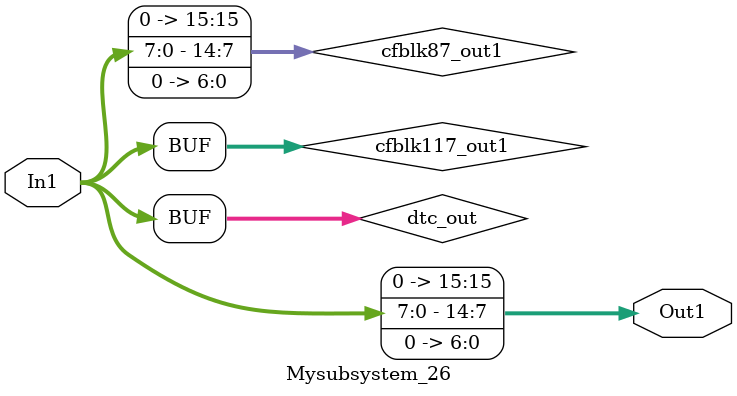
<source format=v>



`timescale 1 ns / 1 ns

module Mysubsystem_26
          (In1,
           Out1);


  input   [7:0] In1;  // uint8
  output  [15:0] Out1;  // ufix16_En7


  wire [7:0] dtc_out;  // ufix8
  wire [7:0] cfblk117_out1;  // uint8
  wire [15:0] cfblk87_out1;  // ufix16_En7


  assign dtc_out = In1;



  assign cfblk117_out1 = dtc_out;



  assign cfblk87_out1 = {1'b0, {cfblk117_out1, 7'b0000000}};



  assign Out1 = cfblk87_out1;

endmodule  // Mysubsystem_26


</source>
